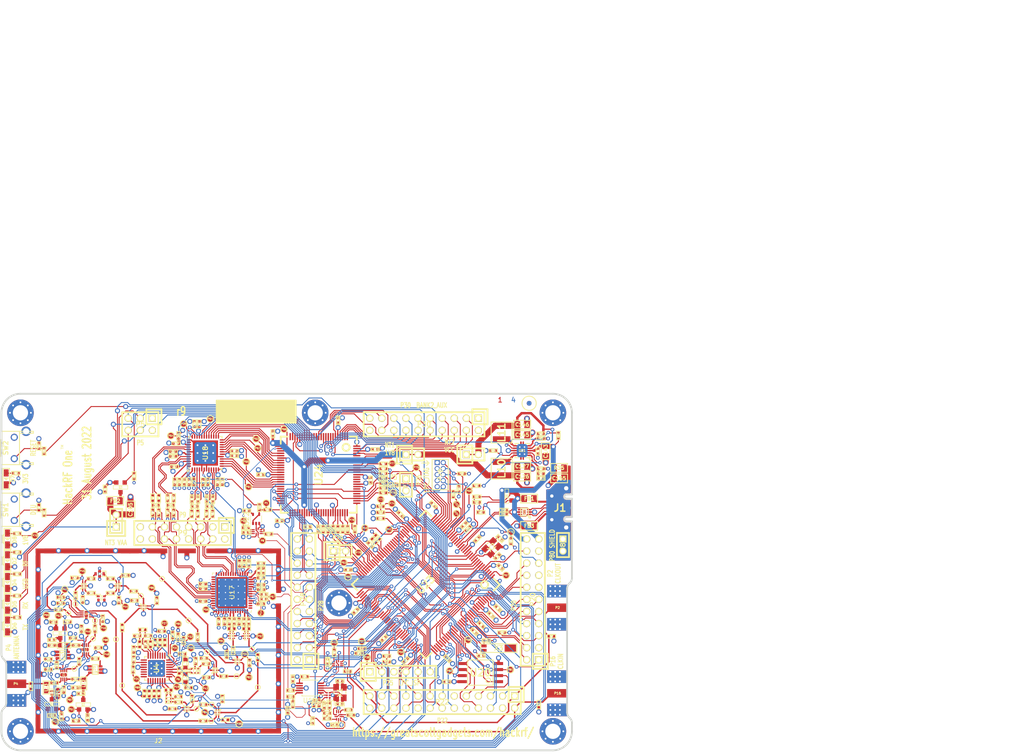
<source format=kicad_pcb>
(kicad_pcb (version 20211014) (generator pcbnew)

  (general
    (thickness 1.6116)
  )

  (paper "USLegal")
  (title_block
    (title "HackRF One")
    (date "2022-08-28")
    (rev "r9")
    (company "Copyright 2012-2022 Great Scott Gadgets")
    (comment 1 "Michael Ossmann")
    (comment 2 "Licensed under the CERN-OHL-P v2")
  )

  (layers
    (0 "F.Cu" signal "C1F")
    (1 "In1.Cu" signal "C2")
    (2 "In2.Cu" signal "C3")
    (31 "B.Cu" signal "C4B")
    (32 "B.Adhes" user "B.Adhesive")
    (33 "F.Adhes" user "F.Adhesive")
    (34 "B.Paste" user)
    (35 "F.Paste" user)
    (36 "B.SilkS" user "B.Silkscreen")
    (37 "F.SilkS" user "F.Silkscreen")
    (38 "B.Mask" user)
    (39 "F.Mask" user)
    (41 "Cmts.User" user "User.Comments")
    (44 "Edge.Cuts" user)
    (45 "Margin" user)
    (46 "B.CrtYd" user "B.Courtyard")
    (47 "F.CrtYd" user "F.Courtyard")
    (49 "F.Fab" user)
  )

  (setup
    (stackup
      (layer "F.SilkS" (type "Top Silk Screen") (color "White"))
      (layer "F.Paste" (type "Top Solder Paste"))
      (layer "F.Mask" (type "Top Solder Mask") (color "Green") (thickness 0.0127) (material "LPI") (epsilon_r 3.8) (loss_tangent 0))
      (layer "F.Cu" (type "copper") (thickness 0.035))
      (layer "dielectric 1" (type "prepreg") (thickness 0.2104) (material "7628") (epsilon_r 4.6) (loss_tangent 0))
      (layer "In1.Cu" (type "copper") (thickness 0.0152))
      (layer "dielectric 2" (type "core") (thickness 1.065) (material "7628") (epsilon_r 4.6) (loss_tangent 0))
      (layer "In2.Cu" (type "copper") (thickness 0.0152))
      (layer "dielectric 3" (type "prepreg") (thickness 0.2104) (material "7628") (epsilon_r 4.6) (loss_tangent 0))
      (layer "B.Cu" (type "copper") (thickness 0.035))
      (layer "B.Mask" (type "Bottom Solder Mask") (color "Green") (thickness 0.0127) (material "LPI") (epsilon_r 3.8) (loss_tangent 0))
      (layer "B.Paste" (type "Bottom Solder Paste"))
      (layer "B.SilkS" (type "Bottom Silk Screen") (color "White"))
      (copper_finish "ENIG")
      (dielectric_constraints yes)
    )
    (pad_to_mask_clearance 0.05)
    (pad_to_paste_clearance_ratio -0.12)
    (pcbplotparams
      (layerselection 0x00010e8_ffffffff)
      (disableapertmacros false)
      (usegerberextensions true)
      (usegerberattributes false)
      (usegerberadvancedattributes true)
      (creategerberjobfile false)
      (svguseinch false)
      (svgprecision 6)
      (excludeedgelayer true)
      (plotframeref false)
      (viasonmask false)
      (mode 1)
      (useauxorigin false)
      (hpglpennumber 1)
      (hpglpenspeed 20)
      (hpglpendiameter 15.000000)
      (dxfpolygonmode true)
      (dxfimperialunits true)
      (dxfusepcbnewfont true)
      (psnegative false)
      (psa4output false)
      (plotreference false)
      (plotvalue false)
      (plotinvisibletext false)
      (sketchpadsonfab false)
      (subtractmaskfromsilk false)
      (outputformat 1)
      (mirror false)
      (drillshape 0)
      (scaleselection 1)
      (outputdirectory "gerbers")
    )
  )

  (net 0 "")
  (net 1 "!MIX_BYPASS")
  (net 2 "!RX_AMP_PWR")
  (net 3 "!TX_AMP_PWR")
  (net 4 "!VAA_ENABLE")
  (net 5 "/Front End/RX_AMP_OUT")
  (net 6 "/Front End/RX_AMP_IN")
  (net 7 "/Front End/TX_AMP_IN")
  (net 8 "/Front End/TX_AMP_OUT")
  (net 9 "/Front End/REF_IN")
  (net 10 "/Baseband/TXBBQ-")
  (net 11 "/Baseband/TXBBQ+")
  (net 12 "/Baseband/TXBBI+")
  (net 13 "/Baseband/TXBBI-")
  (net 14 "/Baseband/COM")
  (net 15 "/Baseband/REFN")
  (net 16 "/Baseband/REFP")
  (net 17 "/Baseband/IA+")
  (net 18 "/Baseband/IA-")
  (net 19 "/Baseband/QA-")
  (net 20 "/Baseband/QA+")
  (net 21 "/Baseband/CPOUT-")
  (net 22 "/Baseband/CPOUT+")
  (net 23 "XCVR_CLK")
  (net 24 "/Baseband/XTAL2")
  (net 25 "/Microcontroller, CPLD, USB, Power/RTCX1")
  (net 26 "/Microcontroller, CPLD, USB, Power/REG_OUT2")
  (net 27 "/Microcontroller, CPLD, USB, Power/VBAT")
  (net 28 "/Microcontroller, CPLD, USB, Power/VIN")
  (net 29 "/Microcontroller, CPLD, USB, Power/REG_OUT1")
  (net 30 "/Microcontroller, CPLD, USB, Power/USB_SHIELD")
  (net 31 "/Microcontroller, CPLD, USB, Power/XTAL1")
  (net 32 "/Microcontroller, CPLD, USB, Power/XTAL2")
  (net 33 "/Microcontroller, CPLD, USB, Power/RTCX2")
  (net 34 "/Clock/XB")
  (net 35 "/Clock/XA")
  (net 36 "/Microcontroller, CPLD, USB, Power/VBUS")
  (net 37 "/Microcontroller, CPLD, USB, Power/LED1")
  (net 38 "/Microcontroller, CPLD, USB, Power/LED2")
  (net 39 "/Microcontroller, CPLD, USB, Power/LED3")
  (net 40 "/Baseband/RXBBQ-")
  (net 41 "/Baseband/RXBBI-")
  (net 42 "/Baseband/RXBBQ+")
  (net 43 "/Baseband/RXBBI+")
  (net 44 "!ANT_BIAS")
  (net 45 "/Baseband/XCVR_CLKOUT")
  (net 46 "/Microcontroller, CPLD, USB, Power/RTC_ALARM")
  (net 47 "/Microcontroller, CPLD, USB, Power/WAKEUP")
  (net 48 "/Microcontroller, CPLD, USB, Power/GPIO3_8")
  (net 49 "/Microcontroller, CPLD, USB, Power/GPIO3_9")
  (net 50 "/Microcontroller, CPLD, USB, Power/GPIO3_10")
  (net 51 "/Microcontroller, CPLD, USB, Power/GPIO3_11")
  (net 52 "/Microcontroller, CPLD, USB, Power/GPIO3_12")
  (net 53 "/Microcontroller, CPLD, USB, Power/GPIO3_13")
  (net 54 "/Microcontroller, CPLD, USB, Power/GPIO3_14")
  (net 55 "/Microcontroller, CPLD, USB, Power/GPIO3_15")
  (net 56 "/Microcontroller, CPLD, USB, Power/ADC0_6")
  (net 57 "/Microcontroller, CPLD, USB, Power/ADC0_2")
  (net 58 "/Microcontroller, CPLD, USB, Power/VBUSCTRL")
  (net 59 "/Microcontroller, CPLD, USB, Power/ADC0_5")
  (net 60 "/Microcontroller, CPLD, USB, Power/ADC0_0")
  (net 61 "/Microcontroller, CPLD, USB, Power/RESET")
  (net 62 "/Microcontroller, CPLD, USB, Power/I2C1_SCL")
  (net 63 "/Microcontroller, CPLD, USB, Power/I2C1_SDA")
  (net 64 "/Microcontroller, CPLD, USB, Power/SPIFI_CIPO")
  (net 65 "/Microcontroller, CPLD, USB, Power/SPIFI_SCK")
  (net 66 "/Microcontroller, CPLD, USB, Power/SPIFI_COPI")
  (net 67 "/Microcontroller, CPLD, USB, Power/I2S0_RX_SCK")
  (net 68 "/Microcontroller, CPLD, USB, Power/I2S0_RX_SDA")
  (net 69 "/Microcontroller, CPLD, USB, Power/I2S0_RX_MCLK")
  (net 70 "/Microcontroller, CPLD, USB, Power/I2S0_RX_WS")
  (net 71 "/Microcontroller, CPLD, USB, Power/I2S0_TX_SCK")
  (net 72 "/Microcontroller, CPLD, USB, Power/I2S0_TX_MCLK")
  (net 73 "/Microcontroller, CPLD, USB, Power/U0_RXD")
  (net 74 "/Microcontroller, CPLD, USB, Power/U0_TXD")
  (net 75 "/Microcontroller, CPLD, USB, Power/P2_9")
  (net 76 "/Microcontroller, CPLD, USB, Power/P2_13")
  (net 77 "/Microcontroller, CPLD, USB, Power/P2_8")
  (net 78 "/Microcontroller, CPLD, USB, Power/DBGEN")
  (net 79 "/Microcontroller, CPLD, USB, Power/TMS")
  (net 80 "/Microcontroller, CPLD, USB, Power/TCK")
  (net 81 "/Microcontroller, CPLD, USB, Power/TDO")
  (net 82 "/Microcontroller, CPLD, USB, Power/TDI")
  (net 83 "/Microcontroller, CPLD, USB, Power/SD_CD")
  (net 84 "/Microcontroller, CPLD, USB, Power/SD_DAT3")
  (net 85 "/Microcontroller, CPLD, USB, Power/SD_DAT2")
  (net 86 "/Microcontroller, CPLD, USB, Power/SD_DAT1")
  (net 87 "/Microcontroller, CPLD, USB, Power/SD_DAT0")
  (net 88 "/Microcontroller, CPLD, USB, Power/SD_VOLT0")
  (net 89 "/Microcontroller, CPLD, USB, Power/SD_CMD")
  (net 90 "/Microcontroller, CPLD, USB, Power/SD_POW")
  (net 91 "/Microcontroller, CPLD, USB, Power/SD_CLK")
  (net 92 "/Microcontroller, CPLD, USB, Power/B1AUX14")
  (net 93 "/Microcontroller, CPLD, USB, Power/B1AUX13")
  (net 94 "/Microcontroller, CPLD, USB, Power/CPLD_TCK")
  (net 95 "/Microcontroller, CPLD, USB, Power/BANK2F3M2")
  (net 96 "/Microcontroller, CPLD, USB, Power/CPLD_TDI")
  (net 97 "/Microcontroller, CPLD, USB, Power/BANK2F3M6")
  (net 98 "/Microcontroller, CPLD, USB, Power/BANK2F3M12")
  (net 99 "/Microcontroller, CPLD, USB, Power/BANK2F3M4")
  (net 100 "/Microcontroller, CPLD, USB, Power/CPLD_TMS")
  (net 101 "/Microcontroller, CPLD, USB, Power/CPLD_TDO")
  (net 102 "/Microcontroller, CPLD, USB, Power/B2AUX16")
  (net 103 "/Microcontroller, CPLD, USB, Power/B2AUX15")
  (net 104 "/Microcontroller, CPLD, USB, Power/B2AUX14")
  (net 105 "/Microcontroller, CPLD, USB, Power/B2AUX13")
  (net 106 "/Microcontroller, CPLD, USB, Power/B2AUX12")
  (net 107 "/Microcontroller, CPLD, USB, Power/B2AUX11")
  (net 108 "/Microcontroller, CPLD, USB, Power/B2AUX10")
  (net 109 "/Microcontroller, CPLD, USB, Power/B2AUX9")
  (net 110 "/Microcontroller, CPLD, USB, Power/B2AUX8")
  (net 111 "/Microcontroller, CPLD, USB, Power/B2AUX7")
  (net 112 "/Microcontroller, CPLD, USB, Power/B2AUX6")
  (net 113 "/Microcontroller, CPLD, USB, Power/B2AUX5")
  (net 114 "/Microcontroller, CPLD, USB, Power/B2AUX4")
  (net 115 "/Microcontroller, CPLD, USB, Power/B2AUX3")
  (net 116 "/Microcontroller, CPLD, USB, Power/B2AUX2")
  (net 117 "/Microcontroller, CPLD, USB, Power/B2AUX1")
  (net 118 "/Microcontroller, CPLD, USB, Power/GCK0")
  (net 119 "/Microcontroller, CPLD, USB, Power/SPIFI_CS")
  (net 120 "/Microcontroller, CPLD, USB, Power/VREGMODE")
  (net 121 "/Microcontroller, CPLD, USB, Power/EN1V8")
  (net 122 "/Microcontroller, CPLD, USB, Power/SGPIO0")
  (net 123 "/Microcontroller, CPLD, USB, Power/SGPIO7")
  (net 124 "/Microcontroller, CPLD, USB, Power/SGPIO9")
  (net 125 "/Microcontroller, CPLD, USB, Power/SGPIO10")
  (net 126 "/Microcontroller, CPLD, USB, Power/SGPIO11")
  (net 127 "/Microcontroller, CPLD, USB, Power/SPIFI_SIO2")
  (net 128 "/Microcontroller, CPLD, USB, Power/SPIFI_SIO3")
  (net 129 "/Baseband/QD+")
  (net 130 "/Baseband/QD-")
  (net 131 "/Baseband/ID-")
  (net 132 "/Baseband/ID+")
  (net 133 "/Clock/CLK0")
  (net 134 "Net-(C169-Pad2)")
  (net 135 "/Microcontroller, CPLD, USB, Power/DP")
  (net 136 "/Microcontroller, CPLD, USB, Power/DM")
  (net 137 "/Microcontroller, CPLD, USB, Power/RREF")
  (net 138 "/Microcontroller, CPLD, USB, Power/BANK2F3M1")
  (net 139 "/Microcontroller, CPLD, USB, Power/TRIGGER_EN")
  (net 140 "/Microcontroller, CPLD, USB, Power/BANK2F3M3")
  (net 141 "/Microcontroller, CPLD, USB, Power/SGPIO14")
  (net 142 "/Microcontroller, CPLD, USB, Power/SGPIO1")
  (net 143 "/Microcontroller, CPLD, USB, Power/BANK2F3M5")
  (net 144 "/Microcontroller, CPLD, USB, Power/SGPIO15")
  (net 145 "/Microcontroller, CPLD, USB, Power/BANK2F3M7")
  (net 146 "/Microcontroller, CPLD, USB, Power/BANK2F3M8")
  (net 147 "/Microcontroller, CPLD, USB, Power/SGPIO2")
  (net 148 "/Microcontroller, CPLD, USB, Power/BANK2F3M9")
  (net 149 "/Microcontroller, CPLD, USB, Power/SGPIO3")
  (net 150 "/Microcontroller, CPLD, USB, Power/BANK2F3M10")
  (net 151 "/Microcontroller, CPLD, USB, Power/BANK2F3M11")
  (net 152 "/Microcontroller, CPLD, USB, Power/SGPIO12")
  (net 153 "/Microcontroller, CPLD, USB, Power/SGPIO4")
  (net 154 "/Microcontroller, CPLD, USB, Power/BANK2F3M14")
  (net 155 "/Microcontroller, CPLD, USB, Power/SGPIO5")
  (net 156 "/Microcontroller, CPLD, USB, Power/BANK2F3M15")
  (net 157 "/Microcontroller, CPLD, USB, Power/SGPIO6")
  (net 158 "AMP_BYPASS")
  (net 159 "CLKIN")
  (net 160 "CLKOUT")
  (net 161 "CS_AD")
  (net 162 "CS_XCVR")
  (net 163 "DA0")
  (net 164 "DA1")
  (net 165 "DA2")
  (net 166 "DA3")
  (net 167 "DA4")
  (net 168 "DA5")
  (net 169 "DA6")
  (net 170 "DA7")
  (net 171 "DD0")
  (net 172 "DD1")
  (net 173 "DD2")
  (net 174 "DD3")
  (net 175 "DD4")
  (net 176 "DD5")
  (net 177 "DD6")
  (net 178 "DD7")
  (net 179 "DD8")
  (net 180 "DD9")
  (net 181 "GCK1")
  (net 182 "GCK2")
  (net 183 "GND")
  (net 184 "HP")
  (net 185 "LP")
  (net 186 "MCU_CLK")
  (net 187 "MIXER_ENX")
  (net 188 "MIXER_RESETX")
  (net 189 "MIXER_SCLK")
  (net 190 "MIXER_SDATA")
  (net 191 "MIX_BYPASS")
  (net 192 "MIX_CLK")
  (net 193 "RSSI")
  (net 194 "RX")
  (net 195 "RX_AMP")
  (net 196 "RX_IF")
  (net 197 "RX_MIX_BP")
  (net 198 "SCL")
  (net 199 "SDA")
  (net 200 "SGPIO_CLK")
  (net 201 "SSP1_CIPO")
  (net 202 "SSP1_COPI")
  (net 203 "SSP1_SCK")
  (net 204 "TX_AMP")
  (net 205 "TX_IF")
  (net 206 "TX_MIX_BP")
  (net 207 "VAA")
  (net 208 "VCC")
  (net 209 "XCVR_EN")
  (net 210 "Net-(C8-Pad2)")
  (net 211 "Net-(C9-Pad2)")
  (net 212 "Net-(C9-Pad1)")
  (net 213 "Net-(C12-Pad1)")
  (net 214 "Net-(C13-Pad1)")
  (net 215 "Net-(C14-Pad2)")
  (net 216 "Net-(C14-Pad1)")
  (net 217 "Net-(C15-Pad2)")
  (net 218 "Net-(C17-Pad2)")
  (net 219 "Net-(C17-Pad1)")
  (net 220 "Net-(C18-Pad2)")
  (net 221 "Net-(C18-Pad1)")
  (net 222 "Net-(C20-Pad2)")
  (net 223 "Net-(C20-Pad1)")
  (net 224 "Net-(C21-Pad2)")
  (net 225 "Net-(C21-Pad1)")
  (net 226 "Net-(C23-Pad2)")
  (net 227 "Net-(C23-Pad1)")
  (net 228 "Net-(C25-Pad1)")
  (net 229 "Net-(C26-Pad2)")
  (net 230 "Net-(C26-Pad1)")
  (net 231 "Net-(C27-Pad2)")
  (net 232 "Net-(C27-Pad1)")
  (net 233 "Net-(C28-Pad2)")
  (net 234 "Net-(C28-Pad1)")
  (net 235 "Net-(C31-Pad2)")
  (net 236 "Net-(C31-Pad1)")
  (net 237 "Net-(C32-Pad2)")
  (net 238 "Net-(C32-Pad1)")
  (net 239 "Net-(C43-Pad2)")
  (net 240 "Net-(C43-Pad1)")
  (net 241 "Net-(C44-Pad2)")
  (net 242 "Net-(C44-Pad1)")
  (net 243 "Net-(C46-Pad2)")
  (net 244 "Net-(C46-Pad1)")
  (net 245 "Net-(C48-Pad1)")
  (net 246 "Net-(C49-Pad2)")
  (net 247 "Net-(C50-Pad1)")
  (net 248 "Net-(C51-Pad2)")
  (net 249 "Net-(C51-Pad1)")
  (net 250 "Net-(C163-Pad2)")
  (net 251 "Net-(C58-Pad2)")
  (net 252 "Net-(C59-Pad2)")
  (net 253 "Net-(C61-Pad2)")
  (net 254 "Net-(C61-Pad1)")
  (net 255 "Net-(C62-Pad2)")
  (net 256 "Net-(C64-Pad2)")
  (net 257 "Net-(C64-Pad1)")
  (net 258 "Net-(C99-Pad2)")
  (net 259 "Net-(C99-Pad1)")
  (net 260 "Net-(C102-Pad2)")
  (net 261 "Net-(C102-Pad1)")
  (net 262 "Net-(C104-Pad2)")
  (net 263 "Net-(C104-Pad1)")
  (net 264 "Net-(C105-Pad1)")
  (net 265 "Net-(C106-Pad1)")
  (net 266 "Net-(C111-Pad2)")
  (net 267 "Net-(C111-Pad1)")
  (net 268 "Net-(C114-Pad2)")
  (net 269 "Net-(C114-Pad1)")
  (net 270 "Net-(C125-Pad2)")
  (net 271 "Net-(C160-Pad1)")
  (net 272 "Net-(D2-Pad2)")
  (net 273 "Net-(D4-Pad2)")
  (net 274 "Net-(D5-Pad2)")
  (net 275 "Net-(D6-Pad2)")
  (net 276 "Net-(D7-Pad2)")
  (net 277 "Net-(D8-Pad2)")
  (net 278 "Net-(FB1-Pad1)")
  (net 279 "Net-(FB2-Pad1)")
  (net 280 "Net-(FB3-Pad1)")
  (net 281 "Net-(J1-Pad3)")
  (net 282 "Net-(J1-Pad2)")
  (net 283 "Net-(L1-Pad2)")
  (net 284 "Net-(L1-Pad1)")
  (net 285 "Net-(L2-Pad1)")
  (net 286 "Net-(L3-Pad1)")
  (net 287 "Net-(L10-Pad1)")
  (net 288 "Net-(L11-Pad2)")
  (net 289 "Net-(D10-Pad1)")
  (net 290 "Net-(P6-Pad1)")
  (net 291 "Net-(P19-Pad1)")
  (net 292 "Net-(R4-Pad2)")
  (net 293 "Net-(R30-Pad2)")
  (net 294 "Net-(R19-Pad2)")
  (net 295 "Net-(R51-Pad1)")
  (net 296 "Net-(R52-Pad2)")
  (net 297 "Net-(R55-Pad2)")
  (net 298 "/Microcontroller, CPLD, USB, Power/BANK2F3M16")
  (net 299 "+1V8")
  (net 300 "unconnected-(P25-Pad3)")
  (net 301 "unconnected-(P26-Pad7)")
  (net 302 "unconnected-(U4-Pad1)")
  (net 303 "unconnected-(U4-Pad2)")
  (net 304 "unconnected-(U4-Pad3)")
  (net 305 "unconnected-(U4-Pad11)")
  (net 306 "unconnected-(U4-Pad13)")
  (net 307 "unconnected-(U4-Pad14)")
  (net 308 "unconnected-(U4-Pad17)")
  (net 309 "unconnected-(U4-Pad18)")
  (net 310 "unconnected-(U4-Pad20)")
  (net 311 "unconnected-(U4-Pad21)")
  (net 312 "unconnected-(U9-Pad2)")
  (net 313 "unconnected-(U12-Pad2)")
  (net 314 "unconnected-(U14-Pad2)")
  (net 315 "unconnected-(U15-Pad4)")
  (net 316 "unconnected-(U15-Pad6)")
  (net 317 "unconnected-(U17-Pad3)")
  (net 318 "unconnected-(U17-Pad43)")
  (net 319 "unconnected-(U17-Pad9)")
  (net 320 "unconnected-(U17-Pad12)")
  (net 321 "unconnected-(U17-Pad40)")
  (net 322 "unconnected-(U18-Pad38)")
  (net 323 "Net-(C117-Pad1)")
  (net 324 "unconnected-(U23-Pad89)")
  (net 325 "unconnected-(U23-Pad90)")
  (net 326 "unconnected-(U24-Pad14)")
  (net 327 "unconnected-(U24-Pad15)")
  (net 328 "unconnected-(U24-Pad16)")
  (net 329 "unconnected-(U24-Pad20)")
  (net 330 "unconnected-(U24-Pad25)")
  (net 331 "unconnected-(U24-Pad44)")
  (net 332 "unconnected-(U24-Pad46)")
  (net 333 "unconnected-(U24-Pad49)")
  (net 334 "unconnected-(U24-Pad50)")
  (net 335 "unconnected-(U24-Pad52)")
  (net 336 "unconnected-(U24-Pad53)")
  (net 337 "unconnected-(U24-Pad54)")
  (net 338 "unconnected-(U24-Pad58)")
  (net 339 "unconnected-(U24-Pad59)")
  (net 340 "unconnected-(U24-Pad60)")
  (net 341 "unconnected-(U24-Pad63)")
  (net 342 "unconnected-(U24-Pad65)")
  (net 343 "unconnected-(U24-Pad66)")
  (net 344 "unconnected-(U24-Pad68)")
  (net 345 "unconnected-(U24-Pad73)")
  (net 346 "unconnected-(U24-Pad75)")
  (net 347 "unconnected-(U24-Pad80)")
  (net 348 "unconnected-(U24-Pad82)")
  (net 349 "unconnected-(U24-Pad85)")
  (net 350 "unconnected-(U24-Pad86)")
  (net 351 "unconnected-(U24-Pad87)")
  (net 352 "unconnected-(U24-Pad93)")
  (net 353 "unconnected-(U24-Pad95)")
  (net 354 "unconnected-(U24-Pad96)")
  (net 355 "Net-(D10-Pad2)")
  (net 356 "Net-(C117-Pad2)")
  (net 357 "CLKOUT_EN")
  (net 358 "MCU_CLK_EN")
  (net 359 "Net-(R32-Pad2)")
  (net 360 "Net-(R33-Pad2)")
  (net 361 "Net-(R34-Pad2)")
  (net 362 "CLKIN_DETECT")
  (net 363 "Net-(R38-Pad1)")
  (net 364 "Net-(R39-Pad2)")
  (net 365 "Net-(R44-Pad2)")
  (net 366 "AD_CLK")
  (net 367 "Net-(R94-Pad2)")
  (net 368 "CLKIN_EN")
  (net 369 "FSX2_CLK")
  (net 370 "/Clock/CLK2")
  (net 371 "/Clock/CLK1")
  (net 372 "unconnected-(U4-Pad16)")
  (net 373 "unconnected-(U4-Pad9)")
  (net 374 "/Microcontroller, CPLD, USB, Power/TRST")
  (net 375 "/Microcontroller, CPLD, USB, Power/ID")
  (net 376 "/Microcontroller, CPLD, USB, Power/VBUS_DETECT")
  (net 377 "Net-(P1-Pad1)")
  (net 378 "XCVR_RXTX")
  (net 379 "unconnected-(U17-Pad44)")
  (net 380 "unconnected-(U17-Pad10)")
  (net 381 "unconnected-(U17-Pad15)")
  (net 382 "unconnected-(U17-Pad16)")
  (net 383 "unconnected-(U17-Pad17)")
  (net 384 "unconnected-(U17-Pad23)")
  (net 385 "unconnected-(U17-Pad45)")
  (net 386 "unconnected-(U17-Pad46)")
  (net 387 "unconnected-(U17-Pad55)")
  (net 388 "unconnected-(U17-Pad56)")
  (net 389 "unconnected-(U17-Pad41)")
  (net 390 "unconnected-(U17-Pad42)")
  (net 391 "unconnected-(U4-Pad15)")

  (footprint "gsg-modules:LTST-S220" (layer "F.Cu") (at 61.27 148.838 -90))

  (footprint "gsg-modules:LTST-S220" (layer "F.Cu") (at 61.27 139.694 -90))

  (footprint "gsg-modules:LTST-S220" (layer "F.Cu") (at 61.27 130.55 -90))

  (footprint "gsg-modules:LTST-S220" (layer "F.Cu") (at 61.27 144.266 -90))

  (footprint "gsg-modules:LTST-S220" (layer "F.Cu") (at 61.27 135.122 -90))

  (footprint "GSG-TESTPOINT-30MIL-MASKONLY" (layer "F.Cu") (at 89.31402 142.49908))

  (footprint "GSG-TESTPOINT-30MIL-MASKONLY" (layer "F.Cu") (at 84.1046 151.6574))

  (footprint "GSG-TESTPOINT-30MIL-MASKONLY" (layer "F.Cu") (at 75.57516 144.21358))

  (footprint "GSG-TESTPOINT-30MIL-MASKONLY" (layer "F.Cu") (at 74.0537 146.1516))

  (footprint "GSG-TESTPOINT-30MIL-MASKONLY" (layer "F.Cu") (at 93.782 138.932))

  (footprint "GSG-TESTPOINT-30MIL-MASKONLY" (layer "F.Cu") (at 85.4 161.3602))

  (footprint "GSG-TESTPOINT-30MIL-MASKONLY" (layer "F.Cu") (at 75.33894 157.8483))

  (footprint "GSG-TESTPOINT-30MIL-MASKONLY" (layer "F.Cu") (at 79.28 151.506))

  (footprint "GSG-TESTPOINT-30MIL-MASKONLY" (layer "F.Cu") (at 113.919 161.74974))

  (footprint "GSG-TESTPOINT-30MIL-MASKONLY" (layer "F.Cu") (at 104.11206 168.79824))

  (footprint "GSG-TESTPOINT-30MIL-MASKONLY" (layer "F.Cu") (at 104.25176 165.37432))

  (footprint "GSG-TESTPOINT-30MIL-MASKONLY" (layer "F.Cu") (at 101.0158 166.26332))

  (footprint "GSG-TESTPOINT-30MIL-MASKONLY" (layer "F.Cu") (at 79.6671 147.71116))

  (footprint "GSG-TESTPOINT-30MIL-MASKONLY" (layer "F.Cu") (at 109.47654 159.42564))

  (footprint "GSG-TESTPOINT-30MIL-MASKONLY" (layer "F.Cu") (at 99.36226 147.6883))

  (footprint "GSG-TESTPOINT-30MIL-MASKONLY" (layer "F.Cu") (at 103.23068 154.2796))

  (footprint "GSG-TESTPOINT-30MIL-MASKONLY" (layer "F.Cu") (at 112.71504 153.71064))

  (footprint "gsg-modules:LTST-S220" (layer "F.Cu") (at 61 117.9 -90))

  (footprint "GSG-MARK1MM" (layer "F.Cu") (at 171 102))

  (footprint "hackrf:GSG-0402" (layer "F.Cu") (at 91.0964 163.0468 -90))

  (footprint "hackrf:GSG-0402" (layer "F.Cu") (at 90.0804 163.0468 -90))

  (footprint "hackrf:GSG-0402" (layer "F.Cu") (at 93.1284 163.0468 -90))

  (footprint "hackrf:GSG-0402" (layer "F.Cu") (at 92.1124 163.0468 -90))

  (footprint "hackrf:GSG-0402" (layer "F.Cu") (at 92.341 152.328 90))

  (footprint "hackrf:GSG-0402" (layer "F.Cu") (at 93.357 152.328 90))

  (footprint "hackrf:GSG-0402" (layer "F.Cu") (at 107.084 168.5762 180))

  (footprint "hackrf:GSG-0402" (layer "F.Cu") (at 113.919 155.448 -90))

  (footprint "hackrf:GSG-0402" (layer "F.Cu") (at 85.4 149.1682 90))

  (footprint "hackrf:GSG-0402" (layer "F.Cu") (at 87.9808 143.4816))

  (footprint "hackrf:GSG-0402" (layer "F.Cu") (at 84.7138 143.4622 90))

  (footprint "hackrf:GSG-0402" (layer "F.Cu") (at 87.7944 153.8266 -90))

  (footprint "hackrf:GSG-0402" (layer "F.Cu") (at 88.5564 150.9056 180))

  (footprint "hackrf:GSG-0402" (layer "F.Cu") (at 90.3344 152.6836 90))

  (footprint "hackrf:GSG-0402" (layer "F.Cu") (at 90.8424 150.9056))

  (footprint "hackrf:GSG-0402" (layer "F.Cu") (at 106.4998 164.1566 90))

  (footprint "hackrf:GSG-0402" (layer "F.Cu") (at 82.9358 141.9382))

  (footprint "hackrf:GSG-0402" (layer "F.Cu") (at 78.8718 141.9382))

  (footprint "hackrf:GSG-0402" (layer "F.Cu") (at 77.0938 143.3352 90))

  (footprint "hackrf:GSG-0402" (layer "F.Cu") (at 87.8078 141.5288))

  (footprint "hackrf:GSG-0402" (layer "F.Cu") (at 102.4382 165.3794 180))

  (footprint "hackrf:GSG-0402" (layer "F.Cu") (at 95.9732 166.2726))

  (footprint "hackrf:GSG-0402" (layer "F.Cu") (at 101.2698 151.1808 90))

  (footprint "hackrf:GSG-0402" (layer "F.Cu") (at 92.6798 143.4816 -90))

  (footprint "hackrf:GSG-0402" (layer "F.Cu") (at 97.1924 163.7326))

  (footprint "hackrf:GSG-0402" (layer "F.Cu") (at 78.8718 138.8902 180))

  (footprint "hackrf:GSG-0402" (layer "F.Cu") (at 82.9358 138.8902))

  (footprint "hackrf:GSG-0402" (layer "F.Cu") (at 97.1924 164.8756))

  (footprint "hackrf:GSG-0402" (layer "F.Cu") (at 75.4174 138.7124 180))

  (footprint "hackrf:GSG-0402" (layer "F.Cu") (at 86.1 138.2))

  (footprint "hackrf:GSG-0402" (layer "F.Cu") (at 75.5952 142.4462 90))

  (footprint "hackrf:GSG-0402" (layer "F.Cu") (at 102.4382 168.8084 180))

  (footprint "hackrf:GSG-0402" (layer "F.Cu") (at 100.1134 164.139 90))

  (footprint "hackrf:GSG-0402" (layer "F.Cu") (at 98.31 151.9216 90))

  (footprint "hackrf:GSG-0402" (layer "F.Cu") (at 97.167 151.1596 90))

  (footprint "hackrf:GSG-0402" (layer "F.Cu") (at 96.024 150.7786 90))

  (footprint "hackrf:GSG-0402" (layer "F.Cu") (at 93.738 149.915 180))

  (footprint "hackrf:GSG-0402" (layer "F.Cu") (at 72.4456 142.8272))

  (footprint "hackrf:GSG-0402" (layer "F.Cu") (at 81.3054 147.3454 90))

  (footprint "hackrf:GSG-0402" (layer "F.Cu") (at 72.4456 144.0718))

  (footprint "hackrf:GSG-0402" (layer "F.Cu") (at 99.326 161.8276))

  (footprint "hackrf:GSG-0402" (layer "F.Cu") (at 98.056 154.7156 180))

  (footprint "hackrf:GSG-0402" (layer "F.Cu") (at 72.009 145.415 180))

  (footprint "hackrf:GSG-0402" (layer "F.Cu") (at 79.6798 149.4282 90))

  (footprint "hackrf:GSG-0402" (layer "F.Cu") (at 102.5906 155.6512))

  (footprint "hackrf:GSG-0402" (layer "F.Cu") (at 103.0478 156.7942 180))

  (footprint "hackrf:GSG-0402" (layer "F.Cu") (at 112.1664 156.5656 90))

  (footprint "hackrf:GSG-0402" (layer "F.Cu") (at 108.7374 154.0002 90))

  (footprint "hackrf:GSG-0402" (layer "F.Cu") (at 100.85 156.2396 -90))

  (footprint "hackrf:GSG-0402" (layer "F.Cu") (at 75.678 152.92))

  (footprint "hackrf:GSG-0402" (layer "F.Cu") (at 106.7414 159.434 180))

  (footprint "hackrf:GSG-0402" (layer "F.Cu") (at 70.598 152.92 180))

  (footprint "hackrf:GSG-0402" (layer "F.Cu") (at 70.9474 147.9998 180))

  (footprint "hackrf:GSG-0402" (layer "F.Cu") (at 103.124 159.6644 180))

  (footprint "hackrf:GSG-0402" (layer "F.Cu") (at 80.377 153.428))

  (footprint "hackrf:GSG-0402" (layer "F.Cu") (at 107.3912 154.8638 90))

  (footprint "hackrf:GSG-0402" (layer "F.Cu") (at 76.835 149.4282 90))

  (footprint "hackrf:GSG-0402" (layer "F.Cu") (at 71.614 157.111 90))

  (footprint "hackrf:GSG-0402" (layer "F.Cu") (at 79.742 155.714))

  (footprint "hackrf:GSG-0402" (layer "F.Cu") (at 75.043 151.396))

  (footprint "hackrf:GSG-0402" (layer "F.Cu") (at 76.3638 156.3236 90))

  (footprint "hackrf:GSG-0402" (layer "F.Cu") (at 75.551 160.032))

  (footprint "hackrf:GSG-0402" (layer "F.Cu") (at 73.0872 162.2418 -90))

  (footprint "hackrf:GSG-0402" (layer "F.Cu") (at 71.13 160.81 180))

  (footprint "hackrf:GSG-0402" (layer "F.Cu") (at 69.836 158))

  (footprint "hackrf:GSG-0402" (layer "F.Cu") (at 69.836 155.841))

  (footprint "hackrf:GSG-0402" (layer "F.Cu") (at 87.7 158 90))

  (footprint "hackrf:GSG-0402" (layer "F.Cu") (at 126.8 165.1 -90))

  (footprint "hackrf:GSG-0402" (layer "F.Cu") (at 125.7 165.1 -90))

  (footprint "hackrf:GSG-0402" (layer "F.Cu") (at 87.8 155.9 90))

  (footprint "hackrf:GSG-0402" (layer "F.Cu") (at 100.4824 118.5578 -90))

  (footprint "hackrf:GSG-0402" (layer "F.Cu") (at 99.4664 118.5578 -90))

  (footprint "hackrf:GSG-0402" (layer "F.Cu") (at 103.4034 118.5578 -90))

  (footprint "hackrf:GSG-0402" (layer "F.Cu") (at 102.3874 118.5578 -90))

  (footprint "hackrf:GSG-0402" (layer "F.Cu") (at 105.4354 118.5578 -90))

  (footprint "hackrf:GSG-0402" (layer "F.Cu") (at 106.4514 118.5578 -90))

  (footprint "hackrf:GSG-0402" (layer "F.Cu") (at 101.6254 106.3658 90))

  (footprint "hackrf:GSG-0402" (layer "F.Cu") (at 100.6094 106.3658 90))

  (footprint "hackrf:GSG-0402" (layer "F.Cu") (at 96.7359 110.4933 180))

  (footprint "hackrf:GSG-0402" (layer "F.Cu")
    (tedit 4FB6CFE4) (tstamp 00000000-0000-0000-0000-00005787e27a)
    (at 97.2439 108.8423 90)
    (property "Description" "CAP CER 2.2UF 10V 20% X5R 0402")
    (property "Manufacturer" "Taiyo Yuden")
    (property "Part Number" "LMK105BJ225MV-F")
    (property "Sheetfile" "baseband.kicad_sch")
    (property "Sheetname" "Baseband")
    (path "/00000000-0000
... [4467055 chars truncated]
</source>
